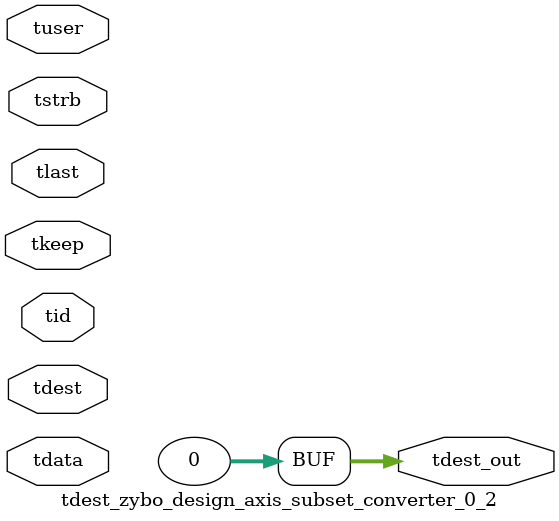
<source format=v>


`timescale 1ps/1ps

module tdest_zybo_design_axis_subset_converter_0_2 #
(
parameter C_S_AXIS_TDATA_WIDTH = 32,
parameter C_S_AXIS_TUSER_WIDTH = 0,
parameter C_S_AXIS_TID_WIDTH   = 0,
parameter C_S_AXIS_TDEST_WIDTH = 0,
parameter C_M_AXIS_TDEST_WIDTH = 32
)
(
input  [(C_S_AXIS_TDATA_WIDTH == 0 ? 1 : C_S_AXIS_TDATA_WIDTH)-1:0     ] tdata,
input  [(C_S_AXIS_TUSER_WIDTH == 0 ? 1 : C_S_AXIS_TUSER_WIDTH)-1:0     ] tuser,
input  [(C_S_AXIS_TID_WIDTH   == 0 ? 1 : C_S_AXIS_TID_WIDTH)-1:0       ] tid,
input  [(C_S_AXIS_TDEST_WIDTH == 0 ? 1 : C_S_AXIS_TDEST_WIDTH)-1:0     ] tdest,
input  [(C_S_AXIS_TDATA_WIDTH/8)-1:0 ] tkeep,
input  [(C_S_AXIS_TDATA_WIDTH/8)-1:0 ] tstrb,
input                                                                    tlast,
output [C_M_AXIS_TDEST_WIDTH-1:0] tdest_out
);

assign tdest_out = {1'b0};

endmodule


</source>
